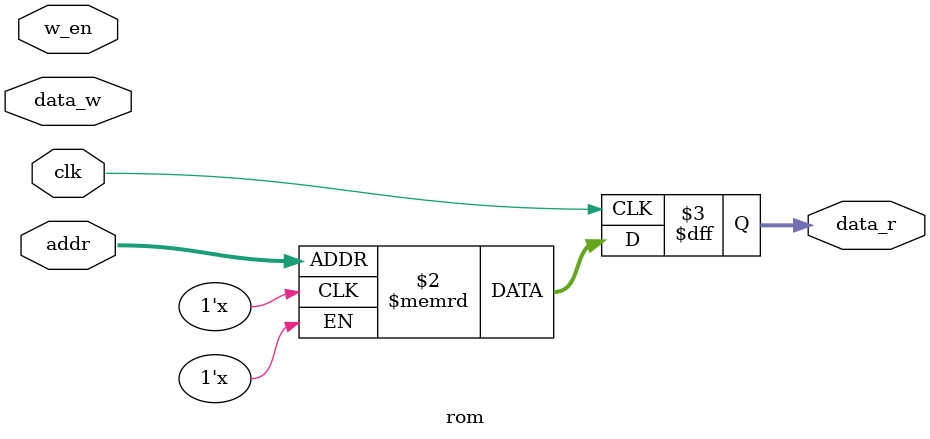
<source format=v>
module rom (input wire [9:0]addr,
				input wire [7:0]data_w,
				input wire w_en,
				input clk,
				output reg [7:0]data_r
				);
				
reg [7:0] mem [0:1023];
always @(posedge clk)
begin
	data_r <= mem[addr];
end
endmodule
</source>
